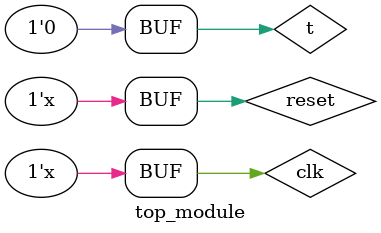
<source format=v>
module top_module ();
	reg clk = 0,reset = 0,t = 0,q;
    always begin
        #5;
        clk = ~ clk;
    end
    always begin
        #20;
        reset = ~reset;
    end
    always begin
        #10;
        t = 1;
        #10
        t = 0;
    end
    
    tff inst1 (clk,reset,t,q);
endmodule

</source>
